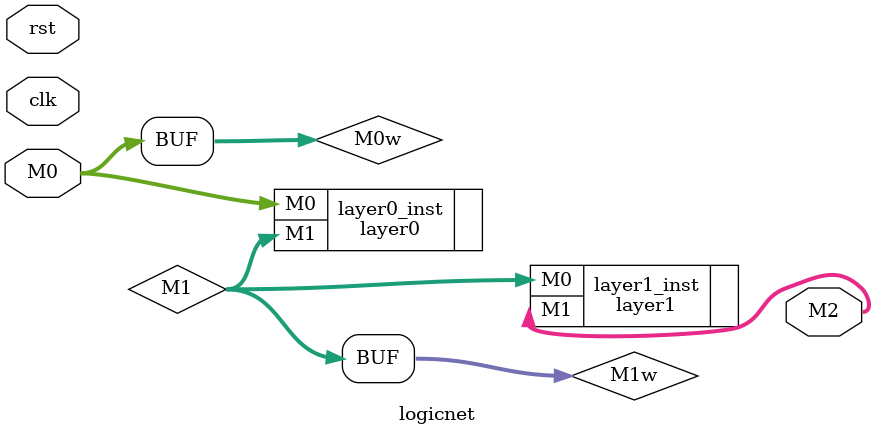
<source format=v>
module logicnet (input [7:0] M0, input clk, input rst, output[3:0] M2);
wire [7:0] M0w;
assign M0w = M0;
wire [5:0] M1;
layer0 layer0_inst (.M0(M0w), .M1(M1));
wire [5:0] M1w;
assign M1w = M1;
layer1 layer1_inst (.M0(M1w), .M1(M2));

endmodule

</source>
